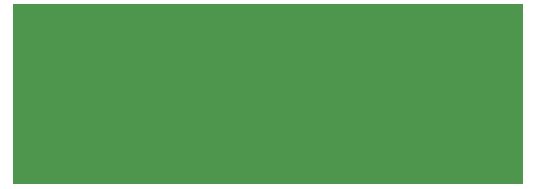
<source format=gbr>
G04 DipTrace 4.2.0.1*
G04 Board.gbr*
%MOIN*%
G04 #@! TF.FileFunction,Drawing,Board polygon*
G04 #@! TF.Part,Single*
%FSLAX26Y26*%
G04*
G70*
G90*
G75*
G01*
G04 BoardPoly*
%LPD*%
G36*
X0Y600000D2*
X1700000D1*
Y0D1*
X0D1*
Y600000D1*
G37*
M02*

</source>
